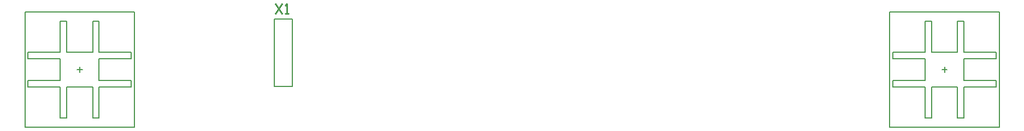
<source format=gto>
G04*
G04 #@! TF.GenerationSoftware,Altium Limited,Altium Designer,21.8.1 (53)*
G04*
G04 Layer_Color=65535*
%FSLAX25Y25*%
%MOIN*%
G70*
G04*
G04 #@! TF.SameCoordinates,D46EA3DB-D9D9-43A1-922E-71BBC497A689*
G04*
G04*
G04 #@! TF.FilePolarity,Positive*
G04*
G01*
G75*
%ADD10C,0.00600*%
%ADD11C,0.00787*%
%ADD12C,0.01000*%
D10*
X140256Y325335D02*
X207185D01*
X140256Y254468D02*
Y325335D01*
X207185Y254468D02*
Y325335D01*
X140256Y254468D02*
X207185D01*
X205217Y279272D02*
Y283209D01*
Y296595D02*
Y300532D01*
X185531Y296595D02*
X205217D01*
X185531Y283209D02*
X205217D01*
X185531Y279272D02*
X205217D01*
X185531Y300532D02*
X205217D01*
X185531Y260374D02*
Y279272D01*
Y283209D02*
Y296595D01*
Y300532D02*
Y319429D01*
X181595Y260374D02*
X185531D01*
X181595Y319429D02*
X185531D01*
X181595Y300532D02*
Y319429D01*
Y260374D02*
Y279272D01*
X173721Y288327D02*
Y291476D01*
X172146Y289901D02*
X175295D01*
X165847Y300532D02*
X181595D01*
X165847Y279272D02*
X181595D01*
X165847Y260374D02*
Y279272D01*
Y300532D02*
Y319429D01*
X161909D02*
X165847D01*
X161909Y260374D02*
X165847D01*
X161909Y283209D02*
Y296595D01*
Y260374D02*
Y279272D01*
Y300532D02*
Y319429D01*
X142224Y300532D02*
X161909D01*
X142224Y283209D02*
X161909D01*
X142224Y296595D02*
X161909D01*
X142224Y279272D02*
X161909D01*
X142224Y296595D02*
Y300532D01*
Y279272D02*
Y283209D01*
X669783Y279272D02*
Y283209D01*
Y296595D02*
Y300532D01*
Y279272D02*
X689468D01*
X669783Y296595D02*
X689468D01*
X669783Y283209D02*
X689468D01*
X669783Y300532D02*
X689468D01*
X689468Y319429D01*
X689468Y260374D02*
Y279272D01*
Y296595D02*
X689468Y283209D01*
X689468Y260374D02*
X693405Y260374D01*
X689468Y319429D02*
X693405Y319429D01*
Y300532D02*
Y319429D01*
Y260374D02*
Y279272D01*
X709154D01*
X693405Y300532D02*
X709154D01*
X699705Y289901D02*
X702854D01*
X701279Y288327D02*
Y291476D01*
X709154Y260374D02*
Y279272D01*
Y300532D02*
Y319429D01*
X713091Y319429D01*
X709154Y260374D02*
X713091D01*
Y300532D02*
Y319429D01*
Y283209D02*
Y296595D01*
Y260374D02*
Y279272D01*
Y300532D02*
X732776D01*
X713091Y279272D02*
X732776D01*
X713091Y283209D02*
X732776D01*
X713091Y296595D02*
X732776D01*
Y300532D01*
Y279272D02*
Y283209D01*
X667815Y254468D02*
X734744D01*
Y325335D01*
X667815Y254468D02*
Y325335D01*
X734744D01*
D11*
X303566Y279738D02*
Y320801D01*
X292542Y279738D02*
Y320801D01*
X303566D01*
X292542Y279738D02*
X303566D01*
D12*
X293000Y330298D02*
X296999Y324300D01*
Y330298D02*
X293000Y324300D01*
X298998D02*
X300997D01*
X299998D01*
Y330298D01*
X298998Y329298D01*
M02*

</source>
